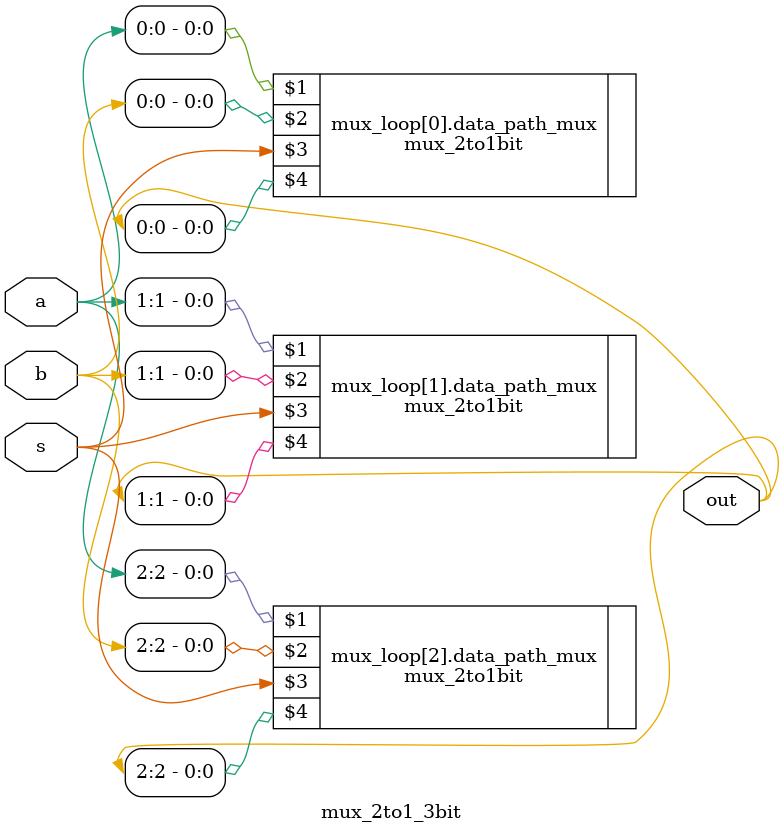
<source format=v>
`timescale 1ns / 1ps


module mux_2to1_3bit(
    input [2:0] a,
    input [2:0] b,

    input s,
    output [2:0] out
    );
    
    genvar i;
    generate
        for(i = 0; i < 3; i = i+1) begin : mux_loop
            mux_2to1bit data_path_mux(a[i], b[i], s, out[i] );
          end
    endgenerate
endmodule

</source>
